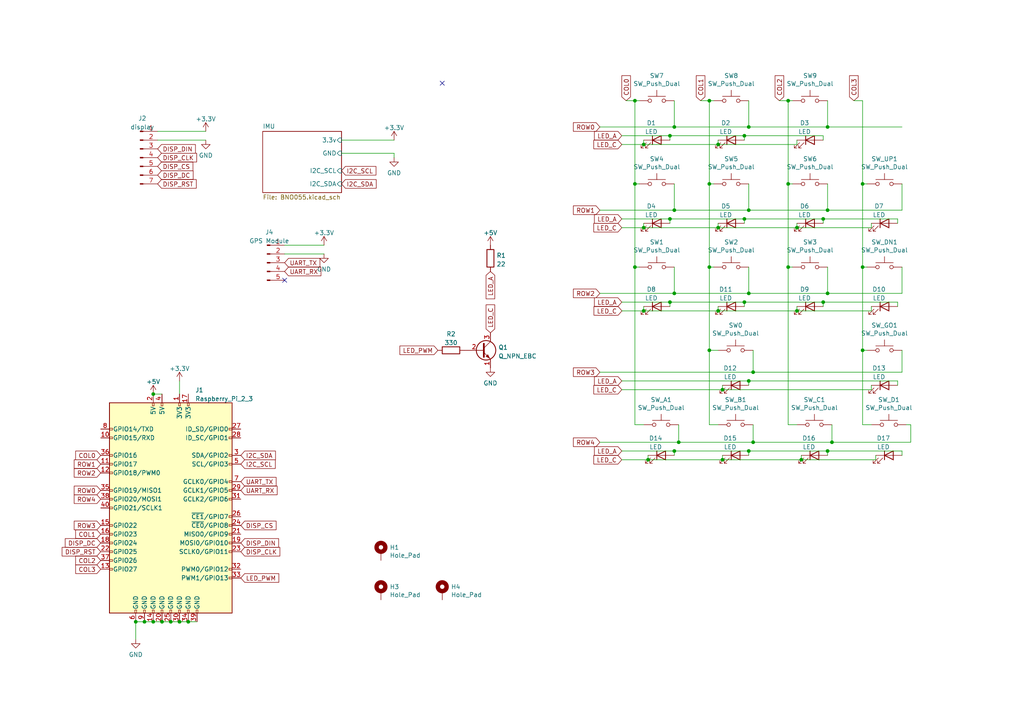
<source format=kicad_sch>
(kicad_sch (version 20211123) (generator eeschema)
  (paper "A4")
  (lib_symbols
    (symbol "Connector:Conn_01x05_Male" (pin_names (offset 1.016) hide)
      (property "Reference" "J" (at 0 7.62 0))
      (property "Value" "Conn_01x05_Male" (at 0 -7.62 0))
      (symbol "Conn_01x05_Male_1_1"
        (polyline (pts (xy 1.27 -5.08) (xy 0.8636 -5.08)) (stroke (width 0.1524)))
        (polyline (pts (xy 1.27 -2.54) (xy 0.8636 -2.54)) (stroke (width 0.1524)))
        (polyline (pts (xy 1.27 0) (xy 0.8636 0)) (stroke (width 0.1524)))
        (polyline (pts (xy 1.27 2.54) (xy 0.8636 2.54)) (stroke (width 0.1524)))
        (polyline (pts (xy 1.27 5.08) (xy 0.8636 5.08)) (stroke (width 0.1524)))
        (rectangle (start 0.8636 -4.953) (end 0 -5.207) (stroke (width 0.1524)) (fill (type outline)))
        (rectangle (start 0.8636 -2.413) (end 0 -2.667) (stroke (width 0.1524)) (fill (type outline)))
        (rectangle (start 0.8636 0.127) (end 0 -0.127) (stroke (width 0.1524)) (fill (type outline)))
        (rectangle (start 0.8636 2.667) (end 0 2.413) (stroke (width 0.1524)) (fill (type outline)))
        (rectangle (start 0.8636 5.207) (end 0 4.953) (stroke (width 0.1524)) (fill (type outline)))
        (pin passive line (at 5.08 5.08 180) (length 3.81) (name "Pin_1") (number "1"))
        (pin passive line (at 5.08 2.54 180) (length 3.81) (name "Pin_2") (number "2"))
        (pin passive line (at 5.08 0 180) (length 3.81) (name "Pin_3") (number "3"))
        (pin passive line (at 5.08 -2.54 180) (length 3.81) (name "Pin_4") (number "4"))
        (pin passive line (at 5.08 -5.08 180) (length 3.81) (name "Pin_5") (number "5"))
      )
    )
    (symbol "Connector:Conn_01x07_Male" (pin_names (offset 1.016) hide)
      (property "Reference" "J" (at 0 10.16 0))
      (property "Value" "Conn_01x07_Male" (at 0 -10.16 0))
      (symbol "Conn_01x07_Male_1_1"
        (polyline (pts (xy 1.27 -7.62) (xy 0.8636 -7.62)) (stroke (width 0.1524)))
        (polyline (pts (xy 1.27 -5.08) (xy 0.8636 -5.08)) (stroke (width 0.1524)))
        (polyline (pts (xy 1.27 -2.54) (xy 0.8636 -2.54)) (stroke (width 0.1524)))
        (polyline (pts (xy 1.27 0) (xy 0.8636 0)) (stroke (width 0.1524)))
        (polyline (pts (xy 1.27 2.54) (xy 0.8636 2.54)) (stroke (width 0.1524)))
        (polyline (pts (xy 1.27 5.08) (xy 0.8636 5.08)) (stroke (width 0.1524)))
        (polyline (pts (xy 1.27 7.62) (xy 0.8636 7.62)) (stroke (width 0.1524)))
        (rectangle (start 0.8636 -7.493) (end 0 -7.747) (stroke (width 0.1524)) (fill (type outline)))
        (rectangle (start 0.8636 -4.953) (end 0 -5.207) (stroke (width 0.1524)) (fill (type outline)))
        (rectangle (start 0.8636 -2.413) (end 0 -2.667) (stroke (width 0.1524)) (fill (type outline)))
        (rectangle (start 0.8636 0.127) (end 0 -0.127) (stroke (width 0.1524)) (fill (type outline)))
        (rectangle (start 0.8636 2.667) (end 0 2.413) (stroke (width 0.1524)) (fill (type outline)))
        (rectangle (start 0.8636 5.207) (end 0 4.953) (stroke (width 0.1524)) (fill (type outline)))
        (rectangle (start 0.8636 7.747) (end 0 7.493) (stroke (width 0.1524)) (fill (type outline)))
        (pin passive line (at 5.08 7.62 180) (length 3.81) (name "Pin_1") (number "1"))
        (pin passive line (at 5.08 5.08 180) (length 3.81) (name "Pin_2") (number "2"))
        (pin passive line (at 5.08 2.54 180) (length 3.81) (name "Pin_3") (number "3"))
        (pin passive line (at 5.08 0 180) (length 3.81) (name "Pin_4") (number "4"))
        (pin passive line (at 5.08 -2.54 180) (length 3.81) (name "Pin_5") (number "5"))
        (pin passive line (at 5.08 -5.08 180) (length 3.81) (name "Pin_6") (number "6"))
        (pin passive line (at 5.08 -7.62 180) (length 3.81) (name "Pin_7") (number "7"))
      )
    )
    (symbol "Connector:Raspberry_Pi_2_3" (pin_names (offset 1.016))
      (property "Reference" "J" (at -17.78 31.75 0))
      (property "Value" "Raspberry_Pi_2_3" (at 10.16 -31.75 0))
      (symbol "Raspberry_Pi_2_3_0_1"
        (rectangle (start -17.78 30.48) (end 17.78 -30.48) (stroke (width 0.254)) (fill (type background)))
      )
      (symbol "Raspberry_Pi_2_3_1_1"
        (rectangle (start -16.891 -17.526) (end -17.78 -18.034))
        (rectangle (start -16.891 -14.986) (end -17.78 -15.494))
        (rectangle (start -16.891 -12.446) (end -17.78 -12.954))
        (rectangle (start -16.891 -9.906) (end -17.78 -10.414))
        (rectangle (start -16.891 -7.366) (end -17.78 -7.874))
        (rectangle (start -16.891 -4.826) (end -17.78 -5.334))
        (rectangle (start -16.891 0.254) (end -17.78 -0.254))
        (rectangle (start -16.891 2.794) (end -17.78 2.286))
        (rectangle (start -16.891 5.334) (end -17.78 4.826))
        (rectangle (start -16.891 10.414) (end -17.78 9.906))
        (rectangle (start -16.891 12.954) (end -17.78 12.446))
        (rectangle (start -16.891 15.494) (end -17.78 14.986))
        (rectangle (start -16.891 20.574) (end -17.78 20.066))
        (rectangle (start -16.891 23.114) (end -17.78 22.606))
        (rectangle (start -10.414 -29.591) (end -9.906 -30.48))
        (rectangle (start -7.874 -29.591) (end -7.366 -30.48))
        (rectangle (start -5.334 -29.591) (end -4.826 -30.48))
        (rectangle (start -5.334 30.48) (end -4.826 29.591))
        (rectangle (start -2.794 -29.591) (end -2.286 -30.48))
        (rectangle (start -2.794 30.48) (end -2.286 29.591))
        (rectangle (start -0.254 -29.591) (end 0.254 -30.48))
        (rectangle (start 2.286 -29.591) (end 2.794 -30.48))
        (rectangle (start 2.286 30.48) (end 2.794 29.591))
        (rectangle (start 4.826 -29.591) (end 5.334 -30.48))
        (rectangle (start 4.826 30.48) (end 5.334 29.591))
        (rectangle (start 7.366 -29.591) (end 7.874 -30.48))
        (rectangle (start 17.78 -20.066) (end 16.891 -20.574))
        (rectangle (start 17.78 -17.526) (end 16.891 -18.034))
        (rectangle (start 17.78 -12.446) (end 16.891 -12.954))
        (rectangle (start 17.78 -9.906) (end 16.891 -10.414))
        (rectangle (start 17.78 -7.366) (end 16.891 -7.874))
        (rectangle (start 17.78 -4.826) (end 16.891 -5.334))
        (rectangle (start 17.78 -2.286) (end 16.891 -2.794))
        (rectangle (start 17.78 2.794) (end 16.891 2.286))
        (rectangle (start 17.78 5.334) (end 16.891 4.826))
        (rectangle (start 17.78 7.874) (end 16.891 7.366))
        (rectangle (start 17.78 12.954) (end 16.891 12.446))
        (rectangle (start 17.78 15.494) (end 16.891 14.986))
        (rectangle (start 17.78 20.574) (end 16.891 20.066))
        (rectangle (start 17.78 23.114) (end 16.891 22.606))
        (pin power_in line (at 2.54 33.02 270) (length 2.54) (name "3V3") (number "1"))
        (pin bidirectional line (at -20.32 20.32 0) (length 2.54) (name "GPIO15/RXD") (number "10"))
        (pin bidirectional line (at -20.32 12.7 0) (length 2.54) (name "GPIO17") (number "11"))
        (pin bidirectional line (at -20.32 10.16 0) (length 2.54) (name "GPIO18/PWM0") (number "12"))
        (pin bidirectional line (at -20.32 -17.78 0) (length 2.54) (name "GPIO27") (number "13"))
        (pin power_in line (at -5.08 -33.02 90) (length 2.54) (name "GND") (number "14"))
        (pin bidirectional line (at -20.32 -5.08 0) (length 2.54) (name "GPIO22") (number "15"))
        (pin bidirectional line (at -20.32 -7.62 0) (length 2.54) (name "GPIO23") (number "16"))
        (pin power_in line (at 5.08 33.02 270) (length 2.54) (name "3V3") (number "17"))
        (pin bidirectional line (at -20.32 -10.16 0) (length 2.54) (name "GPIO24") (number "18"))
        (pin bidirectional line (at 20.32 -10.16 180) (length 2.54) (name "MOSI0/GPIO10") (number "19"))
        (pin power_in line (at -5.08 33.02 270) (length 2.54) (name "5V") (number "2"))
        (pin power_in line (at -2.54 -33.02 90) (length 2.54) (name "GND") (number "20"))
        (pin bidirectional line (at 20.32 -7.62 180) (length 2.54) (name "MISO0/GPIO9") (number "21"))
        (pin bidirectional line (at -20.32 -12.7 0) (length 2.54) (name "GPIO25") (number "22"))
        (pin bidirectional line (at 20.32 -12.7 180) (length 2.54) (name "SCLK0/GPIO11") (number "23"))
        (pin bidirectional line (at 20.32 -5.08 180) (length 2.54) (name "~{CE0}/GPIO8") (number "24"))
        (pin power_in line (at 0 -33.02 90) (length 2.54) (name "GND") (number "25"))
        (pin bidirectional line (at 20.32 -2.54 180) (length 2.54) (name "~{CE1}/GPIO7") (number "26"))
        (pin bidirectional line (at 20.32 22.86 180) (length 2.54) (name "ID_SD/GPIO0") (number "27"))
        (pin bidirectional line (at 20.32 20.32 180) (length 2.54) (name "ID_SC/GPIO1") (number "28"))
        (pin bidirectional line (at 20.32 5.08 180) (length 2.54) (name "GCLK1/GPIO5") (number "29"))
        (pin bidirectional line (at 20.32 15.24 180) (length 2.54) (name "SDA/GPIO2") (number "3"))
        (pin power_in line (at 2.54 -33.02 90) (length 2.54) (name "GND") (number "30"))
        (pin bidirectional line (at 20.32 2.54 180) (length 2.54) (name "GCLK2/GPIO6") (number "31"))
        (pin bidirectional line (at 20.32 -17.78 180) (length 2.54) (name "PWM0/GPIO12") (number "32"))
        (pin bidirectional line (at 20.32 -20.32 180) (length 2.54) (name "PWM1/GPIO13") (number "33"))
        (pin power_in line (at 5.08 -33.02 90) (length 2.54) (name "GND") (number "34"))
        (pin bidirectional line (at -20.32 5.08 0) (length 2.54) (name "GPIO19/MISO1") (number "35"))
        (pin bidirectional line (at -20.32 15.24 0) (length 2.54) (name "GPIO16") (number "36"))
        (pin bidirectional line (at -20.32 -15.24 0) (length 2.54) (name "GPIO26") (number "37"))
        (pin bidirectional line (at -20.32 2.54 0) (length 2.54) (name "GPIO20/MOSI1") (number "38"))
        (pin power_in line (at 7.62 -33.02 90) (length 2.54) (name "GND") (number "39"))
        (pin power_in line (at -2.54 33.02 270) (length 2.54) (name "5V") (number "4"))
        (pin bidirectional line (at -20.32 0 0) (length 2.54) (name "GPIO21/SCLK1") (number "40"))
        (pin bidirectional line (at 20.32 12.7 180) (length 2.54) (name "SCL/GPIO3") (number "5"))
        (pin power_in line (at -10.16 -33.02 90) (length 2.54) (name "GND") (number "6"))
        (pin bidirectional line (at 20.32 7.62 180) (length 2.54) (name "GCLK0/GPIO4") (number "7"))
        (pin bidirectional line (at -20.32 22.86 0) (length 2.54) (name "GPIO14/TXD") (number "8"))
        (pin power_in line (at -7.62 -33.02 90) (length 2.54) (name "GND") (number "9"))
      )
    )
    (symbol "Device:LED" (pin_numbers hide) (pin_names (offset 1.016) hide)
      (property "Reference" "D" (at 0 2.54 0))
      (property "Value" "LED" (at 0 -2.54 0))
      (symbol "LED_0_1"
        (polyline (pts (xy -1.27 -1.27) (xy -1.27 1.27)) (stroke (width 0.254)))
        (polyline (pts (xy -1.27 0) (xy 1.27 0)))
        (polyline (pts (xy 1.27 -1.27) (xy 1.27 1.27) (xy -1.27 0) (xy 1.27 -1.27)) (stroke (width 0.254)))
        (polyline (pts (xy -3.048 -0.762) (xy -4.572 -2.286) (xy -3.81 -2.286) (xy -4.572 -2.286) (xy -4.572 -1.524)))
        (polyline (pts (xy -1.778 -0.762) (xy -3.302 -2.286) (xy -2.54 -2.286) (xy -3.302 -2.286) (xy -3.302 -1.524)))
      )
      (symbol "LED_1_1"
        (pin passive line (at -3.81 0 0) (length 2.54) (name "K") (number "1"))
        (pin passive line (at 3.81 0 180) (length 2.54) (name "A") (number "2"))
      )
    )
    (symbol "Device:Q_NPN_EBC" (pin_names (offset 0) hide)
      (property "Reference" "Q" (at 5.08 1.27 0))
      (property "Value" "Q_NPN_EBC" (at 5.08 -1.27 0))
      (symbol "Q_NPN_EBC_0_1"
        (polyline (pts (xy 0.635 0.635) (xy 2.54 2.54)))
        (polyline (pts (xy 0.635 -0.635) (xy 2.54 -2.54) (xy 2.54 -2.54)))
        (polyline (pts (xy 0.635 1.905) (xy 0.635 -1.905) (xy 0.635 -1.905)) (stroke (width 0.508)))
        (polyline (pts (xy 1.27 -1.778) (xy 1.778 -1.27) (xy 2.286 -2.286) (xy 1.27 -1.778) (xy 1.27 -1.778)) (fill (type outline)))
        (circle (center 1.27 0) (radius 2.8194) (stroke (width 0.254)))
      )
      (symbol "Q_NPN_EBC_1_1"
        (pin passive line (at 2.54 -5.08 90) (length 2.54) (name "E") (number "1"))
        (pin passive line (at -5.08 0 0) (length 5.715) (name "B") (number "2"))
        (pin passive line (at 2.54 5.08 270) (length 2.54) (name "C") (number "3"))
      )
    )
    (symbol "Device:R" (pin_numbers hide) (pin_names (offset 0))
      (property "Reference" "R" (at 2.032 0 90))
      (property "Value" "R" (at 0 0 90))
      (symbol "R_0_1"
        (rectangle (start -1.016 -2.54) (end 1.016 2.54) (stroke (width 0.254)))
      )
      (symbol "R_1_1"
        (pin passive line (at 0 3.81 270) (length 1.27) (name "~") (number "1"))
        (pin passive line (at 0 -3.81 90) (length 1.27) (name "~") (number "2"))
      )
    )
    (symbol "Switch:SW_Push" (pin_numbers hide) (pin_names (offset 1.016) hide)
      (property "Reference" "SW" (at 1.27 2.54 0))
      (property "Value" "SW_Push" (at 0 -1.524 0))
      (symbol "SW_Push_0_1"
        (circle (center -2.032 0) (radius 0.508))
        (polyline (pts (xy 0 1.27) (xy 0 3.048)))
        (polyline (pts (xy 2.54 1.27) (xy -2.54 1.27)))
        (circle (center 2.032 0) (radius 0.508))
        (pin passive line (at -5.08 0 0) (length 2.54) (name "1") (number "1"))
        (pin passive line (at 5.08 0 180) (length 2.54) (name "2") (number "2"))
      )
    )
    (symbol "handipi_kb-rescue:Hole_Pad-horizon" (pin_numbers hide) (pin_names (offset 1.016) hide)
      (property "Reference" "H" (at 0 6.35 0))
      (property "Value" "Hole_Pad-horizon" (at 0 4.445 0))
      (symbol "Hole_Pad-horizon_0_1"
        (circle (center 0 1.27) (radius 1.27) (stroke (width 1.27)))
      )
      (symbol "Hole_Pad-horizon_1_1"
        (pin input line (at 0 -2.54 90) (length 2.54) (name "1") (number "1"))
      )
    )
    (symbol "power:+3.3V" (power) (pin_names (offset 0))
      (property "Value" "+3.3V" (at 0 3.556 0))
      (symbol "+3.3V_0_1"
        (polyline (pts (xy -0.762 1.27) (xy 0 2.54)))
        (polyline (pts (xy 0 0) (xy 0 2.54)))
        (polyline (pts (xy 0 2.54) (xy 0.762 1.27)))
      )
      (symbol "+3.3V_1_1"
        (pin power_in line (at 0 0 90) (length 0) hide (name "+3.3V") (number "1"))
      )
    )
    (symbol "power:+5V" (power) (pin_names (offset 0))
      (property "Value" "+5V" (at 0 3.556 0))
      (symbol "+5V_0_1"
        (polyline (pts (xy -0.762 1.27) (xy 0 2.54)))
        (polyline (pts (xy 0 0) (xy 0 2.54)))
        (polyline (pts (xy 0 2.54) (xy 0.762 1.27)))
      )
      (symbol "+5V_1_1"
        (pin power_in line (at 0 0 90) (length 0) hide (name "+5V") (number "1"))
      )
    )
    (symbol "power:GND" (power) (pin_names (offset 0))
      (property "Value" "GND" (at 0 -3.81 0))
      (symbol "GND_0_1"
        (polyline (pts (xy 0 0) (xy 0 -1.27) (xy 1.27 -1.27) (xy 0 -2.54) (xy -1.27 -1.27) (xy 0 -1.27)))
      )
      (symbol "GND_1_1"
        (pin power_in line (at 0 0 270) (length 0) hide (name "GND") (number "1"))
      )
    )
  )
  (junction (at 205.74 77.47))
  (junction (at 184.15 77.47))
  (junction (at 195.58 36.83))
  (junction (at 209.55 133.35))
  (junction (at 215.9 39.37))
  (junction (at 39.37 180.34))
  (junction (at 238.76 63.5))
  (junction (at 194.31 87.63))
  (junction (at 241.3 128.27))
  (junction (at 52.07 180.34))
  (junction (at 209.55 113.03))
  (junction (at 228.6 29.21))
  (junction (at 194.31 39.37))
  (junction (at 231.14 66.04))
  (junction (at 217.17 130.81))
  (junction (at 231.14 90.17))
  (junction (at 217.17 110.49))
  (junction (at 208.28 66.04))
  (junction (at 184.15 29.21))
  (junction (at 250.19 101.6))
  (junction (at 195.58 130.81))
  (junction (at 208.28 41.91))
  (junction (at 41.91 180.34))
  (junction (at 184.15 53.34))
  (junction (at 217.17 85.09))
  (junction (at 208.28 90.17))
  (junction (at 186.69 66.04))
  (junction (at 228.6 53.34))
  (junction (at 240.03 60.96))
  (junction (at 205.74 29.21))
  (junction (at 215.9 63.5))
  (junction (at 238.76 87.63))
  (junction (at 195.58 60.96))
  (junction (at 250.19 53.34))
  (junction (at 54.61 180.34))
  (junction (at 228.6 77.47))
  (junction (at 186.69 90.17))
  (junction (at 218.44 128.27))
  (junction (at 44.45 114.3))
  (junction (at 205.74 101.6))
  (junction (at 217.17 36.83))
  (junction (at 49.53 180.34))
  (junction (at 215.9 87.63))
  (junction (at 186.69 41.91))
  (junction (at 205.74 53.34))
  (junction (at 194.31 63.5))
  (junction (at 187.96 133.35))
  (junction (at 250.19 77.47))
  (junction (at 232.41 133.35))
  (junction (at 217.17 60.96))
  (junction (at 44.45 180.34))
  (junction (at 195.58 85.09))
  (junction (at 218.44 107.95))
  (junction (at 196.85 128.27))
  (junction (at 240.03 85.09))
  (junction (at 240.03 36.83))
  (junction (at 46.99 180.34))
  (junction (at 240.03 130.81))
  (no_connect (at 128.27 24.13))
  (no_connect (at 82.55 81.28))
  (wire (pts (xy 209.55 113.03) (xy 252.73 113.03)))
  (wire (pts (xy 215.9 63.5) (xy 215.9 64.77)))
  (wire (pts (xy 240.03 130.81) (xy 240.03 132.08)))
  (wire (pts (xy 261.62 77.47) (xy 261.62 85.09)))
  (wire (pts (xy 217.17 36.83) (xy 240.03 36.83)))
  (wire (pts (xy 240.03 60.96) (xy 261.62 60.96)))
  (wire (pts (xy 180.34 66.04) (xy 186.69 66.04)))
  (wire (pts (xy 184.15 53.34) (xy 185.42 53.34)))
  (wire (pts (xy 238.76 39.37) (xy 238.76 40.64)))
  (wire (pts (xy 184.15 53.34) (xy 184.15 77.47)))
  (wire (pts (xy 173.99 107.95) (xy 218.44 107.95)))
  (wire (pts (xy 217.17 29.21) (xy 217.17 36.83)))
  (wire (pts (xy 250.19 123.19) (xy 252.73 123.19)))
  (wire (pts (xy 99.06 40.64) (xy 114.3 40.64)))
  (wire (pts (xy 39.37 180.34) (xy 39.37 185.42)))
  (wire (pts (xy 184.15 123.19) (xy 186.69 123.19)))
  (wire (pts (xy 208.28 88.9) (xy 208.28 90.17)))
  (wire (pts (xy 252.73 88.9) (xy 252.73 90.17)))
  (wire (pts (xy 180.34 87.63) (xy 194.31 87.63)))
  (wire (pts (xy 261.62 101.6) (xy 261.62 107.95)))
  (wire (pts (xy 217.17 130.81) (xy 217.17 132.08)))
  (wire (pts (xy 194.31 63.5) (xy 194.31 64.77)))
  (wire (pts (xy 232.41 133.35) (xy 254 133.35)))
  (wire (pts (xy 217.17 130.81) (xy 240.03 130.81)))
  (wire (pts (xy 241.3 123.19) (xy 241.3 128.27)))
  (wire (pts (xy 205.74 77.47) (xy 207.01 77.47)))
  (wire (pts (xy 186.69 90.17) (xy 208.28 90.17)))
  (wire (pts (xy 194.31 39.37) (xy 194.31 40.64)))
  (wire (pts (xy 186.69 66.04) (xy 208.28 66.04)))
  (wire (pts (xy 41.91 180.34) (xy 44.45 180.34)))
  (wire (pts (xy 173.99 85.09) (xy 195.58 85.09)))
  (wire (pts (xy 252.73 90.17) (xy 231.14 90.17)))
  (wire (pts (xy 46.99 180.34) (xy 49.53 180.34)))
  (wire (pts (xy 228.6 29.21) (xy 229.87 29.21)))
  (wire (pts (xy 205.74 53.34) (xy 205.74 77.47)))
  (wire (pts (xy 194.31 87.63) (xy 215.9 87.63)))
  (wire (pts (xy 195.58 85.09) (xy 217.17 85.09)))
  (wire (pts (xy 218.44 107.95) (xy 261.62 107.95)))
  (wire (pts (xy 260.35 87.63) (xy 260.35 88.9)))
  (wire (pts (xy 254 132.08) (xy 254 133.35)))
  (wire (pts (xy 208.28 40.64) (xy 208.28 41.91)))
  (wire (pts (xy 240.03 85.09) (xy 261.62 85.09)))
  (wire (pts (xy 180.34 133.35) (xy 187.96 133.35)))
  (wire (pts (xy 205.74 29.21) (xy 203.2 29.21)))
  (wire (pts (xy 217.17 85.09) (xy 240.03 85.09)))
  (wire (pts (xy 82.55 71.12) (xy 93.98 71.12)))
  (wire (pts (xy 194.31 39.37) (xy 215.9 39.37)))
  (wire (pts (xy 228.6 123.19) (xy 231.14 123.19)))
  (wire (pts (xy 195.58 60.96) (xy 217.17 60.96)))
  (wire (pts (xy 215.9 87.63) (xy 238.76 87.63)))
  (wire (pts (xy 180.34 130.81) (xy 195.58 130.81)))
  (wire (pts (xy 252.73 66.04) (xy 231.14 66.04)))
  (wire (pts (xy 194.31 87.63) (xy 194.31 88.9)))
  (wire (pts (xy 231.14 66.04) (xy 231.14 64.77)))
  (wire (pts (xy 218.44 101.6) (xy 218.44 107.95)))
  (wire (pts (xy 240.03 36.83) (xy 261.62 36.83)))
  (wire (pts (xy 252.73 64.77) (xy 252.73 66.04)))
  (wire (pts (xy 205.74 53.34) (xy 207.01 53.34)))
  (wire (pts (xy 195.58 36.83) (xy 217.17 36.83)))
  (wire (pts (xy 52.07 180.34) (xy 54.61 180.34)))
  (wire (pts (xy 180.34 113.03) (xy 209.55 113.03)))
  (wire (pts (xy 186.69 41.91) (xy 186.69 40.64)))
  (wire (pts (xy 264.16 128.27) (xy 264.16 123.19)))
  (wire (pts (xy 195.58 130.81) (xy 195.58 132.08)))
  (wire (pts (xy 195.58 53.34) (xy 195.58 60.96)))
  (wire (pts (xy 215.9 39.37) (xy 215.9 40.64)))
  (wire (pts (xy 232.41 132.08) (xy 232.41 133.35)))
  (wire (pts (xy 241.3 128.27) (xy 264.16 128.27)))
  (wire (pts (xy 205.74 77.47) (xy 205.74 101.6)))
  (wire (pts (xy 238.76 64.77) (xy 238.76 63.5)))
  (wire (pts (xy 184.15 29.21) (xy 181.61 29.21)))
  (wire (pts (xy 173.99 36.83) (xy 195.58 36.83)))
  (wire (pts (xy 217.17 53.34) (xy 217.17 60.96)))
  (wire (pts (xy 231.14 40.64) (xy 231.14 41.91)))
  (wire (pts (xy 251.46 53.34) (xy 250.19 53.34)))
  (wire (pts (xy 217.17 60.96) (xy 240.03 60.96)))
  (wire (pts (xy 261.62 130.81) (xy 261.62 132.08)))
  (wire (pts (xy 205.74 29.21) (xy 205.74 53.34)))
  (wire (pts (xy 209.55 132.08) (xy 209.55 133.35)))
  (wire (pts (xy 180.34 110.49) (xy 217.17 110.49)))
  (wire (pts (xy 205.74 123.19) (xy 208.28 123.19)))
  (wire (pts (xy 260.35 111.76) (xy 260.35 110.49)))
  (wire (pts (xy 208.28 64.77) (xy 208.28 66.04)))
  (wire (pts (xy 251.46 101.6) (xy 250.19 101.6)))
  (wire (pts (xy 44.45 114.3) (xy 46.99 114.3)))
  (wire (pts (xy 217.17 110.49) (xy 217.17 111.76)))
  (wire (pts (xy 209.55 133.35) (xy 232.41 133.35)))
  (wire (pts (xy 228.6 53.34) (xy 228.6 29.21)))
  (wire (pts (xy 228.6 29.21) (xy 226.06 29.21)))
  (wire (pts (xy 207.01 29.21) (xy 205.74 29.21)))
  (wire (pts (xy 250.19 29.21) (xy 250.19 53.34)))
  (wire (pts (xy 208.28 66.04) (xy 231.14 66.04)))
  (wire (pts (xy 52.07 110.49) (xy 52.07 114.3)))
  (wire (pts (xy 187.96 132.08) (xy 187.96 133.35)))
  (wire (pts (xy 260.35 63.5) (xy 260.35 64.77)))
  (wire (pts (xy 196.85 123.19) (xy 196.85 128.27)))
  (wire (pts (xy 194.31 63.5) (xy 215.9 63.5)))
  (wire (pts (xy 45.72 40.64) (xy 59.69 40.64)))
  (wire (pts (xy 180.34 39.37) (xy 194.31 39.37)))
  (wire (pts (xy 229.87 77.47) (xy 228.6 77.47)))
  (wire (pts (xy 82.55 73.66) (xy 93.98 73.66)))
  (wire (pts (xy 240.03 29.21) (xy 240.03 36.83)))
  (wire (pts (xy 215.9 39.37) (xy 238.76 39.37)))
  (wire (pts (xy 247.65 29.21) (xy 250.19 29.21)))
  (wire (pts (xy 186.69 41.91) (xy 208.28 41.91)))
  (wire (pts (xy 180.34 63.5) (xy 194.31 63.5)))
  (wire (pts (xy 45.72 38.1) (xy 59.69 38.1)))
  (wire (pts (xy 250.19 101.6) (xy 250.19 123.19)))
  (wire (pts (xy 264.16 123.19) (xy 262.89 123.19)))
  (wire (pts (xy 238.76 87.63) (xy 238.76 88.9)))
  (wire (pts (xy 205.74 101.6) (xy 205.74 123.19)))
  (wire (pts (xy 229.87 53.34) (xy 228.6 53.34)))
  (wire (pts (xy 215.9 87.63) (xy 215.9 88.9)))
  (wire (pts (xy 250.19 101.6) (xy 250.19 77.47)))
  (wire (pts (xy 240.03 130.81) (xy 261.62 130.81)))
  (wire (pts (xy 240.03 77.47) (xy 240.03 85.09)))
  (wire (pts (xy 196.85 128.27) (xy 218.44 128.27)))
  (wire (pts (xy 195.58 130.81) (xy 217.17 130.81)))
  (wire (pts (xy 195.58 77.47) (xy 195.58 85.09)))
  (wire (pts (xy 252.73 113.03) (xy 252.73 111.76)))
  (wire (pts (xy 195.58 29.21) (xy 195.58 36.83)))
  (wire (pts (xy 186.69 88.9) (xy 186.69 90.17)))
  (wire (pts (xy 238.76 87.63) (xy 260.35 87.63)))
  (wire (pts (xy 228.6 77.47) (xy 228.6 53.34)))
  (wire (pts (xy 250.19 77.47) (xy 251.46 77.47)))
  (wire (pts (xy 184.15 77.47) (xy 184.15 123.19)))
  (wire (pts (xy 209.55 111.76) (xy 209.55 113.03)))
  (wire (pts (xy 231.14 88.9) (xy 231.14 90.17)))
  (wire (pts (xy 208.28 41.91) (xy 231.14 41.91)))
  (wire (pts (xy 49.53 180.34) (xy 52.07 180.34)))
  (wire (pts (xy 185.42 29.21) (xy 184.15 29.21)))
  (wire (pts (xy 114.3 44.45) (xy 114.3 45.72)))
  (wire (pts (xy 99.06 44.45) (xy 114.3 44.45)))
  (wire (pts (xy 180.34 90.17) (xy 186.69 90.17)))
  (wire (pts (xy 215.9 63.5) (xy 238.76 63.5)))
  (wire (pts (xy 180.34 41.91) (xy 186.69 41.91)))
  (wire (pts (xy 238.76 63.5) (xy 260.35 63.5)))
  (wire (pts (xy 217.17 77.47) (xy 217.17 85.09)))
  (wire (pts (xy 240.03 53.34) (xy 240.03 60.96)))
  (wire (pts (xy 173.99 60.96) (xy 195.58 60.96)))
  (wire (pts (xy 44.45 180.34) (xy 46.99 180.34)))
  (wire (pts (xy 187.96 133.35) (xy 209.55 133.35)))
  (wire (pts (xy 250.19 53.34) (xy 250.19 77.47)))
  (wire (pts (xy 184.15 77.47) (xy 185.42 77.47)))
  (wire (pts (xy 218.44 123.19) (xy 218.44 128.27)))
  (wire (pts (xy 228.6 77.47) (xy 228.6 123.19)))
  (wire (pts (xy 39.37 180.34) (xy 41.91 180.34)))
  (wire (pts (xy 173.99 128.27) (xy 196.85 128.27)))
  (wire (pts (xy 184.15 29.21) (xy 184.15 53.34)))
  (wire (pts (xy 205.74 101.6) (xy 208.28 101.6)))
  (wire (pts (xy 217.17 110.49) (xy 260.35 110.49)))
  (wire (pts (xy 54.61 180.34) (xy 57.15 180.34)))
  (wire (pts (xy 218.44 128.27) (xy 241.3 128.27)))
  (wire (pts (xy 186.69 64.77) (xy 186.69 66.04)))
  (wire (pts (xy 208.28 90.17) (xy 231.14 90.17)))
  (wire (pts (xy 261.62 53.34) (xy 261.62 60.96)))
  (global_label "LED_C" (shape input) (at 142.24 96.52 90) (property "Intersheet References" "${INTERSHEET_REFS}" (effects hide)))
  (global_label "ROW1" (shape input) (at 29.21 134.62 180) (property "Intersheet References" "${INTERSHEET_REFS}" (effects hide)))
  (global_label "COL0" (shape input) (at 29.21 132.08 180) (property "Intersheet References" "${INTERSHEET_REFS}" (effects hide)))
  (global_label "ROW2" (shape input) (at 173.99 85.09 180) (property "Intersheet References" "${INTERSHEET_REFS}" (effects hide)))
  (global_label "UART_TX" (shape input) (at 69.85 139.7 0) (property "Intersheet References" "${INTERSHEET_REFS}" (effects hide)))
  (global_label "LED_PWM" (shape input) (at 127 101.6 180) (property "Intersheet References" "${INTERSHEET_REFS}" (effects hide)))
  (global_label "DISP_DC" (shape input) (at 45.72 50.8 0) (property "Intersheet References" "${INTERSHEET_REFS}" (effects hide)))
  (global_label "DISP_RST" (shape input) (at 29.21 160.02 180) (property "Intersheet References" "${INTERSHEET_REFS}" (effects hide)))
  (global_label "LED_A" (shape input) (at 180.34 39.37 180) (property "Intersheet References" "${INTERSHEET_REFS}" (effects hide)))
  (global_label "ROW0" (shape input) (at 173.99 36.83 180) (property "Intersheet References" "${INTERSHEET_REFS}" (effects hide)))
  (global_label "LED_C" (shape input) (at 180.3857 90.17 180) (property "Intersheet References" "${INTERSHEET_REFS}" (effects hide)))
  (global_label "COL3" (shape input) (at 29.21 165.1 180) (property "Intersheet References" "${INTERSHEET_REFS}" (effects hide)))
  (global_label "COL1" (shape input) (at 203.2 29.21 90) (property "Intersheet References" "${INTERSHEET_REFS}" (effects hide)))
  (global_label "UART_TX" (shape input) (at 82.55 76.2 0) (property "Intersheet References" "${INTERSHEET_REFS}" (effects hide)))
  (global_label "UART_RX" (shape input) (at 82.55 78.74 0) (property "Intersheet References" "${INTERSHEET_REFS}" (effects hide)))
  (global_label "ROW1" (shape input) (at 173.99 60.96 180) (property "Intersheet References" "${INTERSHEET_REFS}" (effects hide)))
  (global_label "COL3" (shape input) (at 247.65 29.21 90) (property "Intersheet References" "${INTERSHEET_REFS}" (effects hide)))
  (global_label "I2C_SCL" (shape input) (at 69.85 134.62 0) (property "Intersheet References" "${INTERSHEET_REFS}" (effects hide)))
  (global_label "LED_C" (shape input) (at 180.34 41.91 180) (property "Intersheet References" "${INTERSHEET_REFS}" (effects hide)))
  (global_label "LED_A" (shape input) (at 142.24 78.74 270) (property "Intersheet References" "${INTERSHEET_REFS}" (effects hide)))
  (global_label "LED_A" (shape input) (at 180.34 87.63 180) (property "Intersheet References" "${INTERSHEET_REFS}" (effects hide)))
  (global_label "I2C_SDA" (shape input) (at 69.85 132.08 0) (property "Intersheet References" "${INTERSHEET_REFS}" (effects hide)))
  (global_label "ROW2" (shape input) (at 29.21 137.16 180) (property "Intersheet References" "${INTERSHEET_REFS}" (effects hide)))
  (global_label "COL0" (shape input) (at 181.61 29.21 90) (property "Intersheet References" "${INTERSHEET_REFS}" (effects hide)))
  (global_label "ROW4" (shape input) (at 29.21 144.78 180) (property "Intersheet References" "${INTERSHEET_REFS}" (effects hide)))
  (global_label "DISP_DIN" (shape input) (at 69.85 157.48 0) (property "Intersheet References" "${INTERSHEET_REFS}" (effects hide)))
  (global_label "LED_A" (shape input) (at 180.34 63.5 180) (property "Intersheet References" "${INTERSHEET_REFS}" (effects hide)))
  (global_label "COL1" (shape input) (at 29.21 154.94 180) (property "Intersheet References" "${INTERSHEET_REFS}" (effects hide)))
  (global_label "I2C_SDA" (shape input) (at 99.06 53.34 0) (property "Intersheet References" "${INTERSHEET_REFS}" (effects hide)))
  (global_label "LED_PWM" (shape input) (at 69.85 167.64 0) (property "Intersheet References" "${INTERSHEET_REFS}" (effects hide)))
  (global_label "DISP_CS" (shape input) (at 69.85 152.4 0) (property "Intersheet References" "${INTERSHEET_REFS}" (effects hide)))
  (global_label "ROW3" (shape input) (at 29.21 152.4 180) (property "Intersheet References" "${INTERSHEET_REFS}" (effects hide)))
  (global_label "LED_C" (shape input) (at 180.34 66.04 180) (property "Intersheet References" "${INTERSHEET_REFS}" (effects hide)))
  (global_label "LED_C" (shape input) (at 180.34 113.03 180) (property "Intersheet References" "${INTERSHEET_REFS}" (effects hide)))
  (global_label "DISP_CLK" (shape input) (at 69.85 160.02 0) (property "Intersheet References" "${INTERSHEET_REFS}" (effects hide)))
  (global_label "LED_C" (shape input) (at 180.34 133.35 180) (property "Intersheet References" "${INTERSHEET_REFS}" (effects hide)))
  (global_label "I2C_SCL" (shape input) (at 99.06 49.53 0) (property "Intersheet References" "${INTERSHEET_REFS}" (effects hide)))
  (global_label "ROW4" (shape input) (at 173.99 128.27 180) (property "Intersheet References" "${INTERSHEET_REFS}" (effects hide)))
  (global_label "ROW3" (shape input) (at 173.99 107.95 180) (property "Intersheet References" "${INTERSHEET_REFS}" (effects hide)))
  (global_label "DISP_RST" (shape input) (at 45.72 53.34 0) (property "Intersheet References" "${INTERSHEET_REFS}" (effects hide)))
  (global_label "DISP_CLK" (shape input) (at 45.72 45.72 0) (property "Intersheet References" "${INTERSHEET_REFS}" (effects hide)))
  (global_label "DISP_CS" (shape input) (at 45.72 48.26 0) (property "Intersheet References" "${INTERSHEET_REFS}" (effects hide)))
  (global_label "DISP_DC" (shape input) (at 29.21 157.48 180) (property "Intersheet References" "${INTERSHEET_REFS}" (effects hide)))
  (global_label "COL2" (shape input) (at 29.21 162.56 180) (property "Intersheet References" "${INTERSHEET_REFS}" (effects hide)))
  (global_label "LED_A" (shape input) (at 180.34 110.49 180) (property "Intersheet References" "${INTERSHEET_REFS}" (effects hide)))
  (global_label "ROW0" (shape input) (at 29.21 142.24 180) (property "Intersheet References" "${INTERSHEET_REFS}" (effects hide)))
  (global_label "COL2" (shape input) (at 226.06 29.21 90) (property "Intersheet References" "${INTERSHEET_REFS}" (effects hide)))
  (global_label "DISP_DIN" (shape input) (at 45.72 43.18 0) (property "Intersheet References" "${INTERSHEET_REFS}" (effects hide)))
  (global_label "UART_RX" (shape input) (at 69.85 142.24 0) (property "Intersheet References" "${INTERSHEET_REFS}" (effects hide)))
  (global_label "LED_A" (shape input) (at 180.34 130.81 180) (property "Intersheet References" "${INTERSHEET_REFS}" (effects hide)))
  (symbol (lib_id "Switch:SW_Push") (at 190.5 29.21 0) (unit 1)
    (property "Reference" "SW7" (at 190.5 21.971 0))
    (property "Value" "SW_Push_Dual" (at 190.5 24.2824 0))
    (property "Footprint" "RSU:SW_Push_6x6mm_SMT_withhole_tight" (effects hide))
    (property "LCSC" "C4364377" (effects hide))
  )
  (symbol (lib_id "handipi_kb-rescue:Hole_Pad-horizon") (at 110.49 160.02 0) (unit 1) (in_bom no)
    (property "Reference" "H1" (at 113.03 158.7754 0) (effects (justify left)))
    (property "Value" "Hole_Pad" (at 113.03 161.0868 0) (effects (justify left)))
    (property "Footprint" "Horizon:Mount_M2.5" (effects hide))
  )
  (symbol (lib_id "handipi_kb-rescue:Hole_Pad-horizon") (at 110.49 171.45 0) (unit 1) (in_bom no)
    (property "Reference" "H3" (at 113.03 170.2054 0) (effects (justify left)))
    (property "Value" "Hole_Pad" (at 113.03 172.5168 0) (effects (justify left)))
    (property "Footprint" "Horizon:Mount_M2.5" (effects hide))
  )
  (symbol (lib_id "handipi_kb-rescue:Hole_Pad-horizon") (at 128.27 171.45 0) (unit 1) (in_bom no)
    (property "Reference" "H4" (at 130.81 170.2054 0) (effects (justify left)))
    (property "Value" "Hole_Pad" (at 130.81 172.5168 0) (effects (justify left)))
    (property "Footprint" "Horizon:Mount_M2.5" (effects hide))
  )
  (symbol (lib_id "Switch:SW_Push") (at 256.54 53.34 0) (unit 1)
    (property "Reference" "SW_UP1" (at 256.54 46.101 0))
    (property "Value" "SW_Push_Dual" (at 256.54 48.4124 0))
    (property "Footprint" "RSU:SW_Push_6x6mm_SMT_withhole_tight" (effects hide))
    (property "LCSC" "C4364377" (effects hide))
  )
  (symbol (lib_id "Switch:SW_Push") (at 256.54 77.47 0) (unit 1)
    (property "Reference" "SW_DN1" (at 256.54 70.231 0))
    (property "Value" "SW_Push_Dual" (at 256.54 72.5424 0))
    (property "Footprint" "RSU:SW_Push_6x6mm_SMT_withhole_tight" (effects hide))
    (property "LCSC" "C4364377" (effects hide))
  )
  (symbol (lib_id "Switch:SW_Push") (at 256.54 101.6 0) (unit 1)
    (property "Reference" "SW_GO1" (at 256.54 94.361 0))
    (property "Value" "SW_Push_Dual" (at 256.54 96.6724 0))
    (property "Footprint" "RSU:SW_Push_6x6mm_SMT_withhole_tight" (effects hide))
    (property "LCSC" "C4364377" (effects hide))
  )
  (symbol (lib_id "Device:LED") (at 256.54 88.9 0) (unit 1)
    (property "Reference" "D10" (at 254.9525 83.9302 0))
    (property "Value" "LED" (at 254.9525 86.4671 0))
    (property "Footprint" "LED_SMD:LED_1210_3225Metric" (effects hide))
    (property "LCSC" "C125112" (effects hide))
  )
  (symbol (lib_id "Device:LED") (at 234.95 64.77 0) (unit 1)
    (property "Reference" "D6" (at 233.3625 59.8002 0))
    (property "Value" "LED" (at 233.3625 62.3371 0))
    (property "Footprint" "LED_SMD:LED_1210_3225Metric" (effects hide))
    (property "LCSC" "C125112" (effects hide))
  )
  (symbol (lib_id "Switch:SW_Push") (at 190.5 77.47 0) (unit 1)
    (property "Reference" "SW1" (at 190.5 70.231 0))
    (property "Value" "SW_Push_Dual" (at 190.5 72.5424 0))
    (property "Footprint" "RSU:SW_Push_6x6mm_SMT_withhole_tight" (effects hide))
    (property "LCSC" "C4364377" (effects hide))
  )
  (symbol (lib_id "Device:LED") (at 190.5 64.77 0) (unit 1)
    (property "Reference" "D4" (at 188.9125 59.8002 0))
    (property "Value" "LED" (at 188.9125 62.3371 0))
    (property "Footprint" "LED_SMD:LED_1210_3225Metric" (effects hide))
    (property "LCSC" "C125112" (effects hide))
  )
  (symbol (lib_id "Device:LED") (at 236.22 132.08 0) (unit 1)
    (property "Reference" "D16" (at 234.6325 127.1102 0))
    (property "Value" "LED" (at 234.6325 129.6471 0))
    (property "Footprint" "LED_SMD:LED_1210_3225Metric" (effects hide))
    (property "LCSC" "C125112" (effects hide))
  )
  (symbol (lib_id "Device:Q_NPN_EBC") (at 139.7 101.6 0) (unit 1)
    (property "Reference" "Q1" (at 144.5514 100.7653 0) (effects (justify left)))
    (property "Value" "Q_NPN_EBC" (at 144.5514 103.3022 0) (effects (justify left)))
    (property "Footprint" "RSU:PF_SOT-23-NPN" (effects hide))
    (property "LCSC" "C280842" (effects hide))
  )
  (symbol (lib_id "Device:R") (at 130.81 101.6 90) (unit 1)
    (property "Reference" "R2" (at 130.81 96.8842 90))
    (property "Value" "330" (at 130.81 99.4211 90))
    (property "Footprint" "Resistor_SMD:R_0805_2012Metric" (effects hide))
    (property "LCSC" "C17630" (effects hide))
  )
  (symbol (lib_id "Device:LED") (at 256.54 111.76 0) (unit 1)
    (property "Reference" "D13" (at 254.9525 106.7902 0))
    (property "Value" "LED" (at 254.9525 109.3271 0))
    (property "Footprint" "LED_SMD:LED_1210_3225Metric" (effects hide))
    (property "LCSC" "C125112" (effects hide))
  )
  (symbol (lib_id "power:GND") (at 114.3 45.72 0) (unit 1)
    (property "Reference" "#PWR0102" (effects hide))
    (property "Value" "GND" (at 114.3 50.1634 0))
  )
  (symbol (lib_id "Switch:SW_Push") (at 191.77 123.19 0) (unit 1)
    (property "Reference" "SW_A1" (at 191.77 115.951 0))
    (property "Value" "SW_Push_Dual" (at 191.77 118.2624 0))
    (property "Footprint" "RSU:SW_Push_6x6mm_SMT_withhole_tight" (effects hide))
    (property "LCSC" "C4364377" (effects hide))
  )
  (symbol (lib_id "Switch:SW_Push") (at 212.09 53.34 0) (unit 1)
    (property "Reference" "SW5" (at 212.09 46.101 0))
    (property "Value" "SW_Push_Dual" (at 212.09 48.4124 0))
    (property "Footprint" "RSU:SW_Push_6x6mm_SMT_withhole_tight" (effects hide))
    (property "LCSC" "C4364377" (effects hide))
  )
  (symbol (lib_id "Switch:SW_Push") (at 234.95 53.34 0) (unit 1)
    (property "Reference" "SW6" (at 234.95 46.101 0))
    (property "Value" "SW_Push_Dual" (at 234.95 48.4124 0))
    (property "Footprint" "RSU:SW_Push_6x6mm_SMT_withhole_tight" (effects hide))
    (property "LCSC" "C4364377" (effects hide))
  )
  (symbol (lib_id "Device:LED") (at 212.09 64.77 0) (unit 1)
    (property "Reference" "D5" (at 210.5025 59.8002 0))
    (property "Value" "LED" (at 210.5025 62.3371 0))
    (property "Footprint" "LED_SMD:LED_1210_3225Metric" (effects hide))
    (property "LCSC" "C125112" (effects hide))
  )
  (symbol (lib_id "power:GND") (at 93.98 73.66 0) (unit 1)
    (property "Reference" "#PWR0107" (effects hide))
    (property "Value" "GND" (at 93.98 78.1034 0))
  )
  (symbol (lib_id "Device:LED") (at 190.5 40.64 0) (unit 1)
    (property "Reference" "D1" (at 188.9125 35.6702 0))
    (property "Value" "LED" (at 188.9125 38.2071 0))
    (property "Footprint" "LED_SMD:LED_1210_3225Metric" (effects hide))
    (property "LCSC" "C125112" (effects hide))
  )
  (symbol (lib_id "Switch:SW_Push") (at 213.36 123.19 0) (unit 1)
    (property "Reference" "SW_B1" (at 213.36 115.951 0))
    (property "Value" "SW_Push_Dual" (at 213.36 118.2624 0))
    (property "Footprint" "RSU:SW_Push_6x6mm_SMT_withhole_tight" (effects hide))
    (property "LCSC" "C4364377" (effects hide))
  )
  (symbol (lib_id "Switch:SW_Push") (at 212.09 77.47 0) (unit 1)
    (property "Reference" "SW2" (at 212.09 70.231 0))
    (property "Value" "SW_Push_Dual" (at 212.09 72.5424 0))
    (property "Footprint" "RSU:SW_Push_6x6mm_SMT_withhole_tight" (effects hide))
    (property "LCSC" "C4364377" (effects hide))
  )
  (symbol (lib_id "Switch:SW_Push") (at 257.81 123.19 0) (unit 1)
    (property "Reference" "SW_D1" (at 257.81 115.951 0))
    (property "Value" "SW_Push_Dual" (at 257.81 118.2624 0))
    (property "Footprint" "RSU:SW_Push_6x6mm_SMT_withhole_tight" (effects hide))
    (property "LCSC" "C4364377" (effects hide))
  )
  (symbol (lib_id "Switch:SW_Push") (at 236.22 123.19 0) (unit 1)
    (property "Reference" "SW_C1" (at 236.22 115.951 0))
    (property "Value" "SW_Push_Dual" (at 236.22 118.2624 0))
    (property "Footprint" "RSU:SW_Push_6x6mm_SMT_withhole_tight" (effects hide))
    (property "LCSC" "C4364377" (effects hide))
  )
  (symbol (lib_id "Device:LED") (at 257.81 132.08 0) (unit 1)
    (property "Reference" "D17" (at 256.2225 127.1102 0))
    (property "Value" "LED" (at 256.2225 129.6471 0))
    (property "Footprint" "LED_SMD:LED_1210_3225Metric" (effects hide))
    (property "LCSC" "C125112" (effects hide))
  )
  (symbol (lib_id "power:+5V") (at 44.45 114.3 0) (unit 1)
    (property "Reference" "#PWR0108" (effects hide))
    (property "Value" "+5V" (at 44.45 110.7242 0))
  )
  (symbol (lib_id "power:+3.3V") (at 114.3 40.64 0) (unit 1)
    (property "Reference" "#PWR0101" (effects hide))
    (property "Value" "+3.3V" (at 114.3 37.0642 0))
  )
  (symbol (lib_id "power:+3.3V") (at 52.07 110.49 0) (unit 1)
    (property "Reference" "#PWR0105" (effects hide))
    (property "Value" "+3.3V" (at 52.07 106.9142 0))
  )
  (symbol (lib_id "Connector:Conn_01x05_Male") (at 77.47 76.2 0) (unit 1) (in_bom no)
    (property "Reference" "J4" (at 78.105 67.344 0))
    (property "Value" "GPS Module" (at 78.105 69.8809 0))
    (property "Footprint" "RSU:GT-U7_GPS_smt" (effects hide))
  )
  (symbol (lib_id "Device:LED") (at 191.77 132.08 0) (unit 1)
    (property "Reference" "D14" (at 190.1825 127.1102 0))
    (property "Value" "LED" (at 190.1825 129.6471 0))
    (property "Footprint" "LED_SMD:LED_1210_3225Metric" (effects hide))
    (property "LCSC" "C125112" (effects hide))
  )
  (symbol (lib_id "Device:LED") (at 212.09 40.64 0) (unit 1)
    (property "Reference" "D2" (at 210.5025 35.6702 0))
    (property "Value" "LED" (at 210.5025 38.2071 0))
    (property "Footprint" "LED_SMD:LED_1210_3225Metric" (effects hide))
    (property "LCSC" "C125112" (effects hide))
  )
  (symbol (lib_id "Connector:Conn_01x07_Male") (at 40.64 45.72 0) (unit 1) (in_bom no)
    (property "Reference" "J2" (at 41.275 34.324 0))
    (property "Value" "display" (at 41.275 36.8609 0))
    (property "Footprint" "RSU:Waveshare1.5inOled_flushmount" (effects hide))
  )
  (symbol (lib_id "Switch:SW_Push") (at 234.95 29.21 0) (unit 1)
    (property "Reference" "SW9" (at 234.95 21.971 0))
    (property "Value" "SW_Push_Dual" (at 234.95 24.2824 0))
    (property "Footprint" "RSU:SW_Push_6x6mm_SMT_withhole_tight" (effects hide))
    (property "LCSC" "C4364377" (effects hide))
  )
  (symbol (lib_id "Device:R") (at 142.24 74.93 0) (unit 1)
    (property "Reference" "R1" (at 144.018 74.0953 0) (effects (justify left)))
    (property "Value" "22" (at 144.018 76.6322 0) (effects (justify left)))
    (property "Footprint" "Resistor_SMD:R_0805_2012Metric" (effects hide))
    (property "LCSC" "C17561" (effects hide))
  )
  (symbol (lib_id "Device:LED") (at 213.36 132.08 0) (unit 1)
    (property "Reference" "D15" (at 211.7725 127.1102 0))
    (property "Value" "LED" (at 211.7725 129.6471 0))
    (property "Footprint" "LED_SMD:LED_1210_3225Metric" (effects hide))
    (property "LCSC" "C125112" (effects hide))
  )
  (symbol (lib_id "power:+3.3V") (at 93.98 71.12 0) (unit 1)
    (property "Reference" "#PWR0109" (effects hide))
    (property "Value" "+3.3V" (at 93.98 67.5442 0))
  )
  (symbol (lib_id "Device:LED") (at 234.95 40.64 0) (unit 1)
    (property "Reference" "D3" (at 233.3625 35.6702 0))
    (property "Value" "LED" (at 233.3625 38.2071 0))
    (property "Footprint" "LED_SMD:LED_1210_3225Metric" (effects hide))
    (property "LCSC" "C125112" (effects hide))
  )
  (symbol (lib_id "power:GND") (at 59.69 40.64 0) (unit 1)
    (property "Reference" "#PWR0103" (effects hide))
    (property "Value" "GND" (at 59.69 45.0834 0))
  )
  (symbol (lib_id "power:+5V") (at 142.24 71.12 0) (unit 1)
    (property "Reference" "#PWR0110" (effects hide))
    (property "Value" "+5V" (at 142.24 67.5442 0))
  )
  (symbol (lib_id "Switch:SW_Push") (at 190.5 53.34 0) (unit 1)
    (property "Reference" "SW4" (at 190.5 46.101 0))
    (property "Value" "SW_Push_Dual" (at 190.5 48.4124 0))
    (property "Footprint" "RSU:SW_Push_6x6mm_SMT_withhole_tight" (effects hide))
    (property "LCSC" "C4364377" (effects hide))
  )
  (symbol (lib_id "Switch:SW_Push") (at 212.09 29.21 0) (unit 1)
    (property "Reference" "SW8" (at 212.09 21.971 0))
    (property "Value" "SW_Push_Dual" (at 212.09 24.2824 0))
    (property "Footprint" "RSU:SW_Push_6x6mm_SMT_withhole_tight" (effects hide))
    (property "LCSC" "C4364377" (effects hide))
  )
  (symbol (lib_id "Device:LED") (at 213.36 111.76 0) (unit 1)
    (property "Reference" "D12" (at 211.7725 106.7902 0))
    (property "Value" "LED" (at 211.7725 109.3271 0))
    (property "Footprint" "LED_SMD:LED_1210_3225Metric" (effects hide))
    (property "LCSC" "C125112" (effects hide))
  )
  (symbol (lib_id "Device:LED") (at 212.09 88.9 0) (unit 1)
    (property "Reference" "D11" (at 210.5025 83.9302 0))
    (property "Value" "LED" (at 210.5025 86.4671 0))
    (property "Footprint" "LED_SMD:LED_1210_3225Metric" (effects hide))
    (property "LCSC" "C125112" (effects hide))
  )
  (symbol (lib_id "power:+3.3V") (at 59.69 38.1 0) (unit 1)
    (property "Reference" "#PWR0106" (effects hide))
    (property "Value" "+3.3V" (at 59.69 34.5242 0))
  )
  (symbol (lib_id "Switch:SW_Push") (at 213.36 101.6 0) (unit 1)
    (property "Reference" "SW0" (at 213.36 94.361 0))
    (property "Value" "SW_Push_Dual" (at 213.36 96.6724 0))
    (property "Footprint" "RSU:SW_Push_6x6mm_SMT_withhole_tight" (effects hide))
    (property "LCSC" "C4364377" (effects hide))
  )
  (symbol (lib_id "Connector:Raspberry_Pi_2_3") (at 49.53 147.32 0) (unit 1) (in_bom no)
    (property "Reference" "J1" (at 56.6294 113.1402 0) (effects (justify left)))
    (property "Value" "Raspberry_Pi_2_3" (at 56.6294 115.6771 0) (effects (justify left)))
    (property "Footprint" "PiHat:Pin_Header_Straight_2x20" (effects hide))
    (property "Datasheet" "https://www.raspberrypi.org/documentation/hardware/raspberrypi/schematics/rpi_SCH_3bplus_1p0_reduced.pdf" (effects hide))
  )
  (symbol (lib_id "Device:LED") (at 190.5 88.9 0) (unit 1)
    (property "Reference" "D8" (at 188.9125 83.9302 0))
    (property "Value" "LED" (at 188.9125 86.4671 0))
    (property "Footprint" "LED_SMD:LED_1210_3225Metric" (effects hide))
    (property "LCSC" "C125112" (effects hide))
  )
  (symbol (lib_id "Switch:SW_Push") (at 234.95 77.47 0) (unit 1)
    (property "Reference" "SW3" (at 234.95 70.231 0))
    (property "Value" "SW_Push_Dual" (at 234.95 72.5424 0))
    (property "Footprint" "RSU:SW_Push_6x6mm_SMT_withhole_tight" (effects hide))
    (property "LCSC" "C4364377" (effects hide))
  )
  (symbol (lib_id "power:GND") (at 142.24 106.68 0) (unit 1)
    (property "Reference" "#PWR0111" (effects hide))
    (property "Value" "GND" (at 142.24 111.1234 0))
  )
  (symbol (lib_id "Device:LED") (at 256.54 64.77 0) (unit 1)
    (property "Reference" "D7" (at 254.9525 59.8002 0))
    (property "Value" "LED" (at 254.9525 62.3371 0))
    (property "Footprint" "LED_SMD:LED_1210_3225Metric" (effects hide))
    (property "LCSC" "C125112" (effects hide))
  )
  (symbol (lib_id "Device:LED") (at 234.95 88.9 0) (unit 1)
    (property "Reference" "D9" (at 233.3625 83.9302 0))
    (property "Value" "LED" (at 233.3625 86.4671 0))
    (property "Footprint" "LED_SMD:LED_1210_3225Metric" (effects hide))
    (property "LCSC" "C125112" (effects hide))
  )
  (symbol (lib_id "power:GND") (at 39.37 185.42 0) (unit 1)
    (property "Reference" "#PWR0104" (effects hide))
    (property "Value" "GND" (at 39.37 189.8634 0))
  )
  (sheet (at 76.2 38.1) (size 22.86 17.78) (stroke (width 0.1524))
    (property "Sheet name" "IMU" (at 76.2 37.3884 0) (effects (justify left bottom)))
    (property "Sheet file" "BNO055.kicad_sch" (at 76.2 56.4646 0) (effects (justify left top)))
    (pin "I2C_SDA" input (at 99.06 53.34 0))
    (pin "I2C_SCL" input (at 99.06 49.53 0))
    (pin "GND" input (at 99.06 44.45 0))
    (pin "3.3v" input (at 99.06 40.64 0))
  )
)
</source>
